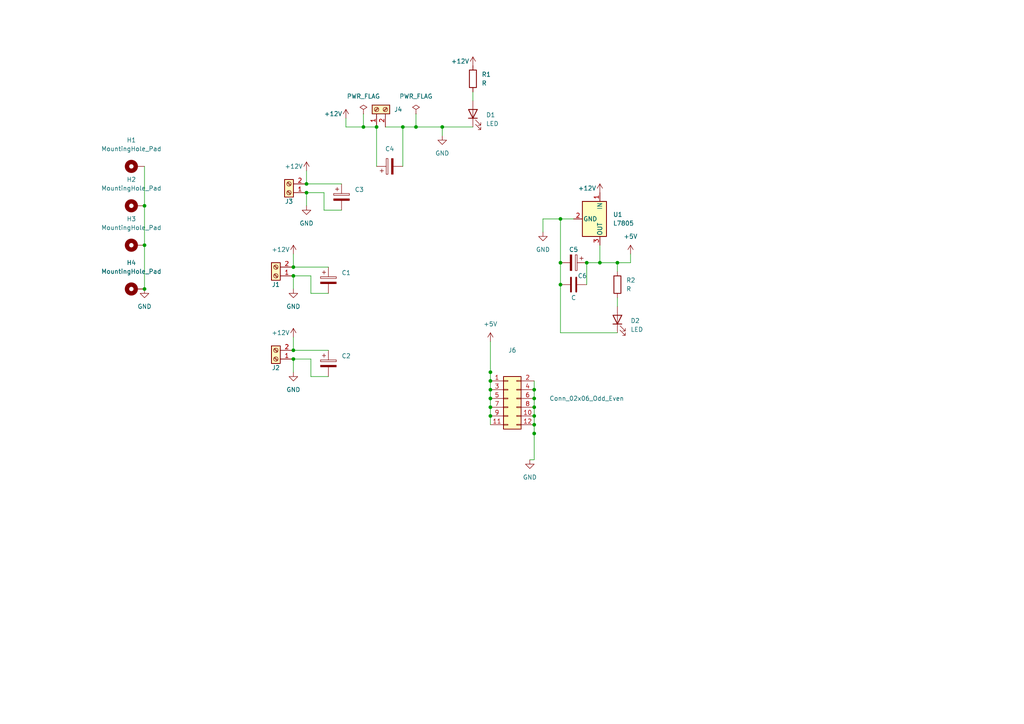
<source format=kicad_sch>
(kicad_sch (version 20211123) (generator eeschema)
  (paper "A4")
  (lib_symbols
    (symbol "Connector:Screw_Terminal_01x02" (pin_names (offset 1.016) hide)
      (property "Reference" "J" (at 0 2.54 0))
      (property "Value" "Screw_Terminal_01x02" (at 0 -5.08 0))
      (symbol "Screw_Terminal_01x02_1_1"
        (rectangle (start -1.27 1.27) (end 1.27 -3.81) (stroke (width 0.254)) (fill (type background)))
        (circle (center 0 -2.54) (radius 0.635) (stroke (width 0.1524)))
        (polyline (pts (xy -0.5334 -2.2098) (xy 0.3302 -3.048)) (stroke (width 0.1524)))
        (polyline (pts (xy -0.5334 0.3302) (xy 0.3302 -0.508)) (stroke (width 0.1524)))
        (polyline (pts (xy -0.3556 -2.032) (xy 0.508 -2.8702)) (stroke (width 0.1524)))
        (polyline (pts (xy -0.3556 0.508) (xy 0.508 -0.3302)) (stroke (width 0.1524)))
        (circle (center 0 0) (radius 0.635) (stroke (width 0.1524)))
        (pin passive line (at -5.08 0 0) (length 3.81) (name "Pin_1") (number "1"))
        (pin passive line (at -5.08 -2.54 0) (length 3.81) (name "Pin_2") (number "2"))
      )
    )
    (symbol "Connector_Generic:Conn_02x06_Odd_Even" (pin_names (offset 1.016) hide)
      (property "Reference" "J" (at 1.27 7.62 0))
      (property "Value" "Conn_02x06_Odd_Even" (at 1.27 -10.16 0))
      (symbol "Conn_02x06_Odd_Even_1_1"
        (rectangle (start -1.27 -7.493) (end 0 -7.747) (stroke (width 0.1524)))
        (rectangle (start -1.27 -4.953) (end 0 -5.207) (stroke (width 0.1524)))
        (rectangle (start -1.27 -2.413) (end 0 -2.667) (stroke (width 0.1524)))
        (rectangle (start -1.27 0.127) (end 0 -0.127) (stroke (width 0.1524)))
        (rectangle (start -1.27 2.667) (end 0 2.413) (stroke (width 0.1524)))
        (rectangle (start -1.27 5.207) (end 0 4.953) (stroke (width 0.1524)))
        (rectangle (start -1.27 6.35) (end 3.81 -8.89) (stroke (width 0.254)) (fill (type background)))
        (rectangle (start 3.81 -7.493) (end 2.54 -7.747) (stroke (width 0.1524)))
        (rectangle (start 3.81 -4.953) (end 2.54 -5.207) (stroke (width 0.1524)))
        (rectangle (start 3.81 -2.413) (end 2.54 -2.667) (stroke (width 0.1524)))
        (rectangle (start 3.81 0.127) (end 2.54 -0.127) (stroke (width 0.1524)))
        (rectangle (start 3.81 2.667) (end 2.54 2.413) (stroke (width 0.1524)))
        (rectangle (start 3.81 5.207) (end 2.54 4.953) (stroke (width 0.1524)))
        (pin passive line (at -5.08 5.08 0) (length 3.81) (name "Pin_1") (number "1"))
        (pin passive line (at 7.62 -5.08 180) (length 3.81) (name "Pin_10") (number "10"))
        (pin passive line (at -5.08 -7.62 0) (length 3.81) (name "Pin_11") (number "11"))
        (pin passive line (at 7.62 -7.62 180) (length 3.81) (name "Pin_12") (number "12"))
        (pin passive line (at 7.62 5.08 180) (length 3.81) (name "Pin_2") (number "2"))
        (pin passive line (at -5.08 2.54 0) (length 3.81) (name "Pin_3") (number "3"))
        (pin passive line (at 7.62 2.54 180) (length 3.81) (name "Pin_4") (number "4"))
        (pin passive line (at -5.08 0 0) (length 3.81) (name "Pin_5") (number "5"))
        (pin passive line (at 7.62 0 180) (length 3.81) (name "Pin_6") (number "6"))
        (pin passive line (at -5.08 -2.54 0) (length 3.81) (name "Pin_7") (number "7"))
        (pin passive line (at 7.62 -2.54 180) (length 3.81) (name "Pin_8") (number "8"))
        (pin passive line (at -5.08 -5.08 0) (length 3.81) (name "Pin_9") (number "9"))
      )
    )
    (symbol "Device:C" (pin_numbers hide) (pin_names (offset 0.254))
      (property "Reference" "C" (at 0.635 2.54 0))
      (property "Value" "C" (at 0.635 -2.54 0))
      (symbol "C_0_1"
        (polyline (pts (xy -2.032 -0.762) (xy 2.032 -0.762)) (stroke (width 0.508)))
        (polyline (pts (xy -2.032 0.762) (xy 2.032 0.762)) (stroke (width 0.508)))
      )
      (symbol "C_1_1"
        (pin passive line (at 0 3.81 270) (length 2.794) (name "~") (number "1"))
        (pin passive line (at 0 -3.81 90) (length 2.794) (name "~") (number "2"))
      )
    )
    (symbol "Device:C_Polarized" (pin_numbers hide) (pin_names (offset 0.254))
      (property "Reference" "C" (at 0.635 2.54 0))
      (property "Value" "C_Polarized" (at 0.635 -2.54 0))
      (symbol "C_Polarized_0_1"
        (rectangle (start -2.286 0.508) (end 2.286 1.016))
        (polyline (pts (xy -1.778 2.286) (xy -0.762 2.286)))
        (polyline (pts (xy -1.27 2.794) (xy -1.27 1.778)))
        (rectangle (start 2.286 -0.508) (end -2.286 -1.016) (fill (type outline)))
      )
      (symbol "C_Polarized_1_1"
        (pin passive line (at 0 3.81 270) (length 2.794) (name "~") (number "1"))
        (pin passive line (at 0 -3.81 90) (length 2.794) (name "~") (number "2"))
      )
    )
    (symbol "Device:LED" (pin_numbers hide) (pin_names (offset 1.016) hide)
      (property "Reference" "D" (at 0 2.54 0))
      (property "Value" "LED" (at 0 -2.54 0))
      (symbol "LED_0_1"
        (polyline (pts (xy -1.27 -1.27) (xy -1.27 1.27)) (stroke (width 0.254)))
        (polyline (pts (xy -1.27 0) (xy 1.27 0)))
        (polyline (pts (xy 1.27 -1.27) (xy 1.27 1.27) (xy -1.27 0) (xy 1.27 -1.27)) (stroke (width 0.254)))
        (polyline (pts (xy -3.048 -0.762) (xy -4.572 -2.286) (xy -3.81 -2.286) (xy -4.572 -2.286) (xy -4.572 -1.524)))
        (polyline (pts (xy -1.778 -0.762) (xy -3.302 -2.286) (xy -2.54 -2.286) (xy -3.302 -2.286) (xy -3.302 -1.524)))
      )
      (symbol "LED_1_1"
        (pin passive line (at -3.81 0 0) (length 2.54) (name "K") (number "1"))
        (pin passive line (at 3.81 0 180) (length 2.54) (name "A") (number "2"))
      )
    )
    (symbol "Device:R" (pin_numbers hide) (pin_names (offset 0))
      (property "Reference" "R" (at 2.032 0 90))
      (property "Value" "R" (at 0 0 90))
      (symbol "R_0_1"
        (rectangle (start -1.016 -2.54) (end 1.016 2.54) (stroke (width 0.254)))
      )
      (symbol "R_1_1"
        (pin passive line (at 0 3.81 270) (length 1.27) (name "~") (number "1"))
        (pin passive line (at 0 -3.81 90) (length 1.27) (name "~") (number "2"))
      )
    )
    (symbol "Mechanical:MountingHole_Pad" (pin_numbers hide) (pin_names (offset 1.016) hide)
      (property "Reference" "H" (at 0 6.35 0))
      (property "Value" "MountingHole_Pad" (at 0 4.445 0))
      (symbol "MountingHole_Pad_0_1"
        (circle (center 0 1.27) (radius 1.27) (stroke (width 1.27)))
      )
      (symbol "MountingHole_Pad_1_1"
        (pin input line (at 0 -2.54 90) (length 2.54) (name "1") (number "1"))
      )
    )
    (symbol "Regulator_Linear:L7805" (pin_names (offset 0.254))
      (property "Reference" "U" (at -3.81 3.175 0))
      (property "Value" "L7805" (at 0 3.175 0))
      (symbol "L7805_0_1"
        (rectangle (start -5.08 1.905) (end 5.08 -5.08) (stroke (width 0.254)) (fill (type background)))
      )
      (symbol "L7805_1_1"
        (pin power_in line (at -7.62 0 0) (length 2.54) (name "IN") (number "1"))
        (pin power_in line (at 0 -7.62 90) (length 2.54) (name "GND") (number "2"))
        (pin power_out line (at 7.62 0 180) (length 2.54) (name "OUT") (number "3"))
      )
    )
    (symbol "power:+12V" (power) (pin_names (offset 0))
      (property "Value" "+12V" (at 0 3.556 0))
      (symbol "+12V_0_1"
        (polyline (pts (xy -0.762 1.27) (xy 0 2.54)))
        (polyline (pts (xy 0 0) (xy 0 2.54)))
        (polyline (pts (xy 0 2.54) (xy 0.762 1.27)))
      )
      (symbol "+12V_1_1"
        (pin power_in line (at 0 0 90) (length 0) hide (name "+12V") (number "1"))
      )
    )
    (symbol "power:+5V" (power) (pin_names (offset 0))
      (property "Value" "+5V" (at 0 3.556 0))
      (symbol "+5V_0_1"
        (polyline (pts (xy -0.762 1.27) (xy 0 2.54)))
        (polyline (pts (xy 0 0) (xy 0 2.54)))
        (polyline (pts (xy 0 2.54) (xy 0.762 1.27)))
      )
      (symbol "+5V_1_1"
        (pin power_in line (at 0 0 90) (length 0) hide (name "+5V") (number "1"))
      )
    )
    (symbol "power:GND" (power) (pin_names (offset 0))
      (property "Value" "GND" (at 0 -3.81 0))
      (symbol "GND_0_1"
        (polyline (pts (xy 0 0) (xy 0 -1.27) (xy 1.27 -1.27) (xy 0 -2.54) (xy -1.27 -1.27) (xy 0 -1.27)))
      )
      (symbol "GND_1_1"
        (pin power_in line (at 0 0 270) (length 0) hide (name "GND") (number "1"))
      )
    )
    (symbol "power:PWR_FLAG" (power) (pin_numbers hide) (pin_names (offset 0) hide)
      (property "Value" "PWR_FLAG" (at 0 3.81 0))
      (symbol "PWR_FLAG_0_0"
        (pin power_out line (at 0 0 90) (length 0) (name "pwr") (number "1"))
      )
      (symbol "PWR_FLAG_0_1"
        (polyline (pts (xy 0 0) (xy 0 1.27) (xy -1.016 1.905) (xy 0 2.54) (xy 1.016 1.905) (xy 0 1.27)))
      )
    )
  )
  (junction (at 142.24 115.57))
  (junction (at 105.41 36.83))
  (junction (at 120.65 36.83))
  (junction (at 116.84 36.83))
  (junction (at 162.56 82.55))
  (junction (at 85.09 80.01))
  (junction (at 41.91 71.12))
  (junction (at 142.24 120.65))
  (junction (at 173.99 76.2))
  (junction (at 179.07 76.2))
  (junction (at 154.94 113.03))
  (junction (at 154.94 120.65))
  (junction (at 41.91 59.69))
  (junction (at 88.9 53.34))
  (junction (at 154.94 115.57))
  (junction (at 85.09 77.47))
  (junction (at 85.09 104.14))
  (junction (at 142.24 107.95))
  (junction (at 128.27 36.83))
  (junction (at 142.24 113.03))
  (junction (at 142.24 118.11))
  (junction (at 154.94 118.11))
  (junction (at 170.18 76.2))
  (junction (at 154.94 125.73))
  (junction (at 85.09 101.6))
  (junction (at 109.22 36.83))
  (junction (at 154.94 123.19))
  (junction (at 88.9 55.88))
  (junction (at 162.56 63.5))
  (junction (at 142.24 110.49))
  (junction (at 41.91 83.82))
  (junction (at 162.56 76.2))
  (wire (pts (xy 170.18 76.2) (xy 173.99 76.2)))
  (wire (pts (xy 154.94 120.65) (xy 154.94 123.19)))
  (wire (pts (xy 105.41 33.02) (xy 105.41 36.83)))
  (wire (pts (xy 170.18 76.2) (xy 170.18 82.55)))
  (wire (pts (xy 90.17 80.01) (xy 90.17 85.09)))
  (wire (pts (xy 142.24 107.95) (xy 142.24 110.49)))
  (wire (pts (xy 41.91 48.26) (xy 41.91 59.69)))
  (wire (pts (xy 154.94 110.49) (xy 154.94 113.03)))
  (wire (pts (xy 166.37 63.5) (xy 162.56 63.5)))
  (wire (pts (xy 142.24 115.57) (xy 142.24 118.11)))
  (wire (pts (xy 85.09 101.6) (xy 95.25 101.6)))
  (wire (pts (xy 85.09 77.47) (xy 95.25 77.47)))
  (wire (pts (xy 142.24 118.11) (xy 142.24 120.65)))
  (wire (pts (xy 154.94 123.19) (xy 154.94 125.73)))
  (wire (pts (xy 142.24 120.65) (xy 142.24 123.19)))
  (wire (pts (xy 41.91 59.69) (xy 41.91 71.12)))
  (wire (pts (xy 137.16 26.67) (xy 137.16 29.21)))
  (wire (pts (xy 85.09 80.01) (xy 90.17 80.01)))
  (wire (pts (xy 85.09 73.66) (xy 85.09 77.47)))
  (wire (pts (xy 173.99 71.12) (xy 173.99 76.2)))
  (wire (pts (xy 100.33 36.83) (xy 105.41 36.83)))
  (wire (pts (xy 128.27 39.37) (xy 128.27 36.83)))
  (wire (pts (xy 182.88 73.66) (xy 182.88 76.2)))
  (wire (pts (xy 179.07 76.2) (xy 182.88 76.2)))
  (wire (pts (xy 154.94 125.73) (xy 154.94 133.35)))
  (wire (pts (xy 41.91 71.12) (xy 41.91 83.82)))
  (wire (pts (xy 162.56 76.2) (xy 162.56 82.55)))
  (wire (pts (xy 93.98 55.88) (xy 93.98 60.96)))
  (wire (pts (xy 162.56 63.5) (xy 162.56 76.2)))
  (wire (pts (xy 85.09 104.14) (xy 90.17 104.14)))
  (wire (pts (xy 88.9 53.34) (xy 99.06 53.34)))
  (wire (pts (xy 120.65 36.83) (xy 116.84 36.83)))
  (wire (pts (xy 179.07 86.36) (xy 179.07 88.9)))
  (wire (pts (xy 142.24 113.03) (xy 142.24 115.57)))
  (wire (pts (xy 153.67 133.35) (xy 154.94 133.35)))
  (wire (pts (xy 179.07 76.2) (xy 179.07 78.74)))
  (wire (pts (xy 173.99 76.2) (xy 179.07 76.2)))
  (wire (pts (xy 116.84 36.83) (xy 116.84 48.26)))
  (wire (pts (xy 128.27 36.83) (xy 137.16 36.83)))
  (wire (pts (xy 142.24 110.49) (xy 142.24 113.03)))
  (wire (pts (xy 179.07 96.52) (xy 162.56 96.52)))
  (wire (pts (xy 109.22 36.83) (xy 109.22 48.26)))
  (wire (pts (xy 162.56 96.52) (xy 162.56 82.55)))
  (wire (pts (xy 120.65 33.02) (xy 120.65 36.83)))
  (wire (pts (xy 111.76 36.83) (xy 116.84 36.83)))
  (wire (pts (xy 90.17 85.09) (xy 95.25 85.09)))
  (wire (pts (xy 93.98 60.96) (xy 99.06 60.96)))
  (wire (pts (xy 154.94 118.11) (xy 154.94 120.65)))
  (wire (pts (xy 85.09 97.79) (xy 85.09 101.6)))
  (wire (pts (xy 88.9 49.53) (xy 88.9 53.34)))
  (wire (pts (xy 88.9 55.88) (xy 93.98 55.88)))
  (wire (pts (xy 105.41 36.83) (xy 109.22 36.83)))
  (wire (pts (xy 162.56 63.5) (xy 157.48 63.5)))
  (wire (pts (xy 85.09 104.14) (xy 85.09 107.95)))
  (wire (pts (xy 90.17 109.22) (xy 95.25 109.22)))
  (wire (pts (xy 90.17 104.14) (xy 90.17 109.22)))
  (wire (pts (xy 154.94 115.57) (xy 154.94 118.11)))
  (wire (pts (xy 128.27 36.83) (xy 120.65 36.83)))
  (wire (pts (xy 85.09 80.01) (xy 85.09 83.82)))
  (wire (pts (xy 142.24 99.06) (xy 142.24 107.95)))
  (wire (pts (xy 88.9 55.88) (xy 88.9 59.69)))
  (wire (pts (xy 100.33 34.29) (xy 100.33 36.83)))
  (wire (pts (xy 157.48 63.5) (xy 157.48 67.31)))
  (wire (pts (xy 154.94 113.03) (xy 154.94 115.57)))
  (symbol (lib_id "Device:LED") (at 137.16 33.02 90) (unit 1)
    (property "Reference" "D1" (at 140.97 33.3374 90) (effects (justify right)))
    (property "Value" "LED" (at 140.97 35.8774 90) (effects (justify right)))
    (property "Footprint" "LED_THT:LED_D5.0mm" (effects hide))
  )
  (symbol (lib_id "power:GND") (at 153.67 133.35 0) (unit 1)
    (property "Reference" "#PWR014" (effects hide))
    (property "Value" "GND" (at 153.67 138.43 0))
  )
  (symbol (lib_id "Mechanical:MountingHole_Pad") (at 39.37 48.26 90) (unit 1)
    (property "Reference" "H1" (at 38.1 40.64 90))
    (property "Value" "MountingHole_Pad" (at 38.1 43.18 90))
    (property "Footprint" "MountingHole:MountingHole_2.2mm_M2_DIN965_Pad" (effects hide))
  )
  (symbol (lib_id "Connector:Screw_Terminal_01x02") (at 80.01 80.01 180) (unit 1)
    (property "Reference" "J1" (at 80.01 82.55 0))
    (property "Value" "Screw_Terminal_01x02" (effects hide))
    (property "Footprint" "TerminalBlock_Phoenix:TerminalBlock_Phoenix_MKDS-1,5-2_1x02_P5.00mm_Horizontal" (effects hide))
  )
  (symbol (lib_id "Mechanical:MountingHole_Pad") (at 39.37 83.82 90) (unit 1)
    (property "Reference" "H4" (at 38.1 76.2 90))
    (property "Value" "MountingHole_Pad" (at 38.1 78.74 90))
    (property "Footprint" "MountingHole:MountingHole_2.2mm_M2_DIN965_Pad" (effects hide))
  )
  (symbol (lib_id "Connector:Screw_Terminal_01x02") (at 109.22 31.75 90) (unit 1)
    (property "Reference" "J4" (at 114.3 31.7499 90) (effects (justify right)))
    (property "Value" "Screw_Terminal_01x02" (effects hide))
    (property "Footprint" "TerminalBlock_Phoenix:TerminalBlock_Phoenix_MKDS-1,5-2_1x02_P5.00mm_Horizontal" (effects hide))
  )
  (symbol (lib_id "power:PWR_FLAG") (at 105.41 33.02 0) (unit 1)
    (property "Reference" "#FLG01" (effects hide))
    (property "Value" "PWR_FLAG" (at 105.41 27.94 0))
  )
  (symbol (lib_id "Device:C_Polarized") (at 95.25 81.28 0) (unit 1)
    (property "Reference" "C1" (at 99.06 79.1209 0) (effects (justify left)))
    (property "Value" "C_Polarized" (effects hide))
    (property "Footprint" "Capacitor_THT:CP_Radial_D6.3mm_P2.50mm" (effects hide))
  )
  (symbol (lib_id "power:GND") (at 85.09 83.82 0) (unit 1)
    (property "Reference" "#PWR02" (effects hide))
    (property "Value" "GND" (at 85.09 88.9 0))
  )
  (symbol (lib_id "Device:C_Polarized") (at 95.25 105.41 0) (unit 1)
    (property "Reference" "C2" (at 99.06 103.2509 0) (effects (justify left)))
    (property "Value" "C_Polarized" (effects hide))
    (property "Footprint" "Capacitor_THT:CP_Radial_D6.3mm_P2.50mm" (effects hide))
  )
  (symbol (lib_id "power:GND") (at 88.9 59.69 0) (unit 1)
    (property "Reference" "#PWR06" (effects hide))
    (property "Value" "GND" (at 88.9 64.77 0))
  )
  (symbol (lib_id "power:+12V") (at 100.33 34.29 0) (unit 1)
    (property "Reference" "#PWR07" (effects hide))
    (property "Value" "+12V" (at 93.98 33.02 0) (effects (justify left)))
  )
  (symbol (lib_id "Mechanical:MountingHole_Pad") (at 39.37 71.12 90) (unit 1)
    (property "Reference" "H3" (at 38.1 63.5 90))
    (property "Value" "MountingHole_Pad" (at 38.1 66.04 90))
    (property "Footprint" "MountingHole:MountingHole_2.2mm_M2_DIN965_Pad" (effects hide))
  )
  (symbol (lib_id "Device:C_Polarized") (at 113.03 48.26 90) (unit 1)
    (property "Reference" "C4" (at 113.03 43.18 90))
    (property "Value" "C_Polarized" (effects hide))
    (property "Footprint" "Capacitor_THT:CP_Radial_D10.0mm_P5.00mm" (effects hide))
  )
  (symbol (lib_id "power:+12V") (at 88.9 49.53 0) (unit 1)
    (property "Reference" "#PWR05" (effects hide))
    (property "Value" "+12V" (at 82.55 48.26 0) (effects (justify left)))
  )
  (symbol (lib_id "Device:C_Polarized") (at 99.06 57.15 0) (unit 1)
    (property "Reference" "C3" (at 102.87 54.9909 0) (effects (justify left)))
    (property "Value" "C_Polarized" (effects hide))
    (property "Footprint" "Capacitor_THT:CP_Radial_D6.3mm_P2.50mm" (effects hide))
  )
  (symbol (lib_id "power:GND") (at 85.09 107.95 0) (unit 1)
    (property "Reference" "#PWR04" (effects hide))
    (property "Value" "GND" (at 85.09 113.03 0))
  )
  (symbol (lib_id "power:+5V") (at 182.88 73.66 0) (unit 1)
    (property "Reference" "#PWR012" (effects hide))
    (property "Value" "+5V" (at 182.88 68.58 0))
  )
  (symbol (lib_id "power:+5V") (at 142.24 99.06 0) (unit 1)
    (property "Reference" "#PWR013" (effects hide))
    (property "Value" "+5V" (at 142.24 93.98 0))
  )
  (symbol (lib_id "Mechanical:MountingHole_Pad") (at 39.37 59.69 90) (unit 1)
    (property "Reference" "H2" (at 38.1 52.07 90))
    (property "Value" "MountingHole_Pad" (at 38.1 54.61 90))
    (property "Footprint" "MountingHole:MountingHole_2.2mm_M2_DIN965_Pad" (effects hide))
  )
  (symbol (lib_id "power:GND") (at 41.91 83.82 0) (unit 1)
    (property "Reference" "#PWR015" (effects hide))
    (property "Value" "GND" (at 41.91 88.9 0))
  )
  (symbol (lib_id "Device:C") (at 166.37 82.55 90) (unit 1)
    (property "Reference" "C6" (at 168.91 80.01 90))
    (property "Value" "C" (at 166.37 86.36 90))
    (property "Footprint" "Capacitor_THT:C_Disc_D5.0mm_W2.5mm_P2.50mm" (effects hide))
  )
  (symbol (lib_id "Connector_Generic:Conn_02x06_Odd_Even") (at 147.32 115.57 0) (unit 1)
    (property "Reference" "J6" (at 148.59 101.6 0))
    (property "Value" "Conn_02x06_Odd_Even" (at 170.18 115.57 0))
    (property "Footprint" "Connector_PinHeader_2.54mm:PinHeader_2x06_P2.54mm_Vertical" (effects hide))
  )
  (symbol (lib_id "power:+12V") (at 85.09 73.66 0) (unit 1)
    (property "Reference" "#PWR01" (effects hide))
    (property "Value" "+12V" (at 78.74 72.39 0) (effects (justify left)))
  )
  (symbol (lib_id "Device:LED") (at 179.07 92.71 90) (unit 1)
    (property "Reference" "D2" (at 182.88 93.0274 90) (effects (justify right)))
    (property "Value" "LED" (at 182.88 95.5674 90) (effects (justify right)))
    (property "Footprint" "LED_THT:LED_D5.0mm" (effects hide))
  )
  (symbol (lib_id "power:GND") (at 128.27 39.37 0) (unit 1)
    (property "Reference" "#PWR08" (effects hide))
    (property "Value" "GND" (at 128.27 44.45 0))
  )
  (symbol (lib_id "Device:C_Polarized") (at 166.37 76.2 270) (unit 1)
    (property "Reference" "C5" (at 166.37 72.39 90))
    (property "Value" "C_Polarized" (effects hide))
    (property "Footprint" "Capacitor_THT:CP_Radial_D6.3mm_P2.50mm" (effects hide))
  )
  (symbol (lib_id "power:PWR_FLAG") (at 120.65 33.02 0) (unit 1)
    (property "Reference" "#FLG02" (effects hide))
    (property "Value" "PWR_FLAG" (at 120.65 27.94 0))
  )
  (symbol (lib_id "power:+12V") (at 137.16 19.05 0) (unit 1)
    (property "Reference" "#PWR09" (effects hide))
    (property "Value" "+12V" (at 130.81 17.78 0) (effects (justify left)))
  )
  (symbol (lib_id "Device:R") (at 137.16 22.86 0) (unit 1)
    (property "Reference" "R1" (at 139.7 21.5899 0) (effects (justify left)))
    (property "Value" "R" (at 139.7 24.1299 0) (effects (justify left)))
    (property "Footprint" "Resistor_THT:R_Axial_DIN0207_L6.3mm_D2.5mm_P10.16mm_Horizontal" (effects hide))
  )
  (symbol (lib_id "Connector:Screw_Terminal_01x02") (at 80.01 104.14 180) (unit 1)
    (property "Reference" "J2" (at 80.01 106.68 0))
    (property "Value" "Screw_Terminal_01x02" (effects hide))
    (property "Footprint" "TerminalBlock_Phoenix:TerminalBlock_Phoenix_MKDS-1,5-2_1x02_P5.00mm_Horizontal" (effects hide))
  )
  (symbol (lib_id "power:GND") (at 157.48 67.31 0) (unit 1)
    (property "Reference" "#PWR010" (effects hide))
    (property "Value" "GND" (at 157.48 72.39 0))
  )
  (symbol (lib_id "Device:R") (at 179.07 82.55 0) (unit 1)
    (property "Reference" "R2" (at 181.61 81.2799 0) (effects (justify left)))
    (property "Value" "R" (at 181.61 83.8199 0) (effects (justify left)))
    (property "Footprint" "Resistor_THT:R_Axial_DIN0207_L6.3mm_D2.5mm_P10.16mm_Horizontal" (effects hide))
  )
  (symbol (lib_id "power:+12V") (at 173.99 55.88 0) (unit 1)
    (property "Reference" "#PWR011" (effects hide))
    (property "Value" "+12V" (at 167.64 54.61 0) (effects (justify left)))
  )
  (symbol (lib_id "power:+12V") (at 85.09 97.79 0) (unit 1)
    (property "Reference" "#PWR03" (effects hide))
    (property "Value" "+12V" (at 78.74 96.52 0) (effects (justify left)))
  )
  (symbol (lib_id "Connector:Screw_Terminal_01x02") (at 83.82 55.88 180) (unit 1)
    (property "Reference" "J3" (at 83.82 58.42 0))
    (property "Value" "Screw_Terminal_01x02" (effects hide))
    (property "Footprint" "TerminalBlock_Phoenix:TerminalBlock_Phoenix_MKDS-1,5-2_1x02_P5.00mm_Horizontal" (effects hide))
  )
  (symbol (lib_id "Regulator_Linear:L7805") (at 173.99 63.5 270) (unit 1)
    (property "Reference" "U1" (at 177.8 62.2299 90) (effects (justify left)))
    (property "Value" "L7805" (at 177.8 64.7699 90) (effects (justify left)))
    (property "Footprint" "Converter_DCDC:Converter_DCDC_Murata_OKI-78SR_Vertical" (effects hide))
    (property "Datasheet" "http://www.st.com/content/ccc/resource/technical/document/datasheet/41/4f/b3/b0/12/d4/47/88/CD00000444.pdf/files/CD00000444.pdf/jcr:content/translations/en.CD00000444.pdf" (effects hide))
  )
)
</source>
